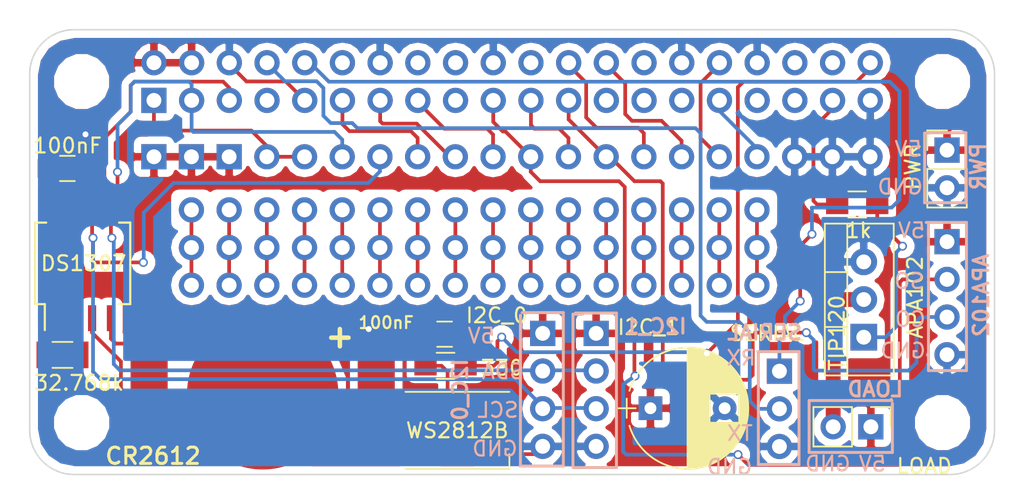
<source format=kicad_pcb>
(kicad_pcb (version 4) (host pcbnew 4.0.7)
  (layers (0 F.Cu signal hide) (31 B.Cu signal) (34 B.Paste user hide) (35 F.Paste user hide) (36 B.SilkS user) (37 F.SilkS user hide) (38 B.Mask user) (39 F.Mask user) (44 Edge.Cuts user))
  (net 0 "")
  (net 1 "Net-(BT1-Pad1)")
  (net 2 "Net-(BT1-Pad2)")
  (net 3 /5V)
  (net 4 GND)
  (net 5 "Net-(J1-Pad2)")
  (net 6 /SDA)
  (net 7 /SCL)
  (net 8 "Net-(J4-Pad7)")
  (net 9 "Net-(J4-Pad12)")
  (net 10 "Net-(J4-Pad16)")
  (net 11 "Net-(J4-Pad17)")
  (net 12 "Net-(J4-Pad18)")
  (net 13 "Net-(J4-Pad22)")
  (net 14 "Net-(J4-Pad27)")
  (net 15 "Net-(J4-Pad28)")
  (net 16 /LOAD_DRV)
  (net 17 /WS2812)
  (net 18 "Net-(J4-Pad35)")
  (net 19 "Net-(J4-Pad36)")
  (net 20 "Net-(J4-Pad38)")
  (net 21 "Net-(LED1-Pad4)")
  (net 22 "Net-(LED1-Pad2)")
  (net 23 "Net-(Q1-Pad1)")
  (net 24 "Net-(U1-Pad1)")
  (net 25 "Net-(U1-Pad2)")
  (net 26 "Net-(U1-Pad7)")
  (net 27 /TX)
  (net 28 /RX)
  (net 29 /3.3V)
  (net 30 /GPIO17)
  (net 31 /GPIO27)
  (net 32 /GPIO22)
  (net 33 /MOSI)
  (net 34 /MISO)
  (net 35 /SCLK)
  (net 36 /GPIO08)
  (net 37 /GPIO07)
  (net 38 /GPIO6)
  (net 39 /GPIO12)
  (net 40 "Net-(J4-Pad29)")
  (net 41 "Net-(J4-Pad33)")
  (module Prototype_Line_1x03_Pitch2.54mm (layer F.Cu) (at 110.8964 112.1537)
    (fp_text reference REF** hide)
    (fp_text value Pin_Header_Straight_1x03_Pitch2.54mm hide)
    (pad 1 smd rect (at 0 3.8) (size 0.25 1.3) (layers F.Cu F.Paste F.Mask))
    (pad 1 thru_hole circle (at 0 0) (size 1.7 1.7) (drill 1) (layers *.Cu *.Mask))
    (pad 2 thru_hole oval (at 0 2.54) (size 1.7 1.7) (drill 1) (layers *.Cu *.Mask))
    (pad 3 thru_hole oval (at 0 5.08) (size 1.7 1.7) (drill 1) (layers *.Cu *.Mask))
    (pad 1 smd rect (at 0 1.3) (size 0.25 1.3) (layers F.Cu F.Paste F.Mask))
  )
  (module open-project:BAT_CR1216 (layer F.Cu) (at 115.697 124.5616)
    (fp_text reference BT1 hide)
    (fp_text value Battery_Cell hide)
    (fp_text user + (at 5.19938 -3.8989) (layer F.SilkS) (effects (font (thickness 0.3048))))
    (pad 1 smd rect (at 7.65048 -0.09906 180) (size 2.49936 5.10032) (layers F.Cu F.Paste F.Mask) (net 1 "Net-(BT1-Pad1)"))
    (pad 2 smd circle (at 0 0 180) (size 10.20064 10.20064) (layers F.Cu F.Paste F.Mask) (net 2 "Net-(BT1-Pad2)"))
    (pad 1 smd rect (at -7.65048 -0.09906 180) (size 2.49936 5.10032) (layers F.Cu F.Paste F.Mask) (net 1 "Net-(BT1-Pad1)"))
  )
  (module Pin_Headers:Pin_Header_Straight_1x04_Pitch2.54mm (layer F.Cu) (at 161.8 114.3)
    (fp_text reference J6 hide)
    (fp_text value APA102 (at -2.15 3.75 90) (layer F.SilkS))
    (pad 1 thru_hole rect (at 0 0) (size 1.7 1.7) (drill 1) (layers *.Cu *.Mask) (net 3 /5V))
    (pad 2 thru_hole oval (at 0 2.54) (size 1.7 1.7) (drill 1) (layers *.Cu *.Mask) (net 33 /MOSI))
    (pad 3 thru_hole oval (at 0 5.08) (size 1.7 1.7) (drill 1) (layers *.Cu *.Mask) (net 35 /SCLK))
    (pad 4 thru_hole oval (at 0 7.62) (size 1.7 1.7) (drill 1) (layers *.Cu *.Mask) (net 4 GND))
  )
  (module Pin_Headers:Pin_Header_Straight_2x20_Pitch2.54mm (layer F.Cu) (at 108.37 104.77 90)
    (fp_text reference J4 hide)
    (fp_text value Raspberry_Pi_2_3 hide)
    (pad 1 thru_hole rect (at 0 0) (size 1.7 1.7) (drill 1) (layers *.Cu *.Mask) (net 29 /3.3V))
    (pad 2 thru_hole oval (at 2.54 0) (size 1.7 1.7) (drill 1) (layers *.Cu *.Mask) (net 3 /5V))
    (pad 3 thru_hole oval (at 0 2.54) (size 1.7 1.7) (drill 1) (layers *.Cu *.Mask) (net 6 /SDA))
    (pad 4 thru_hole oval (at 2.54 2.54) (size 1.7 1.7) (drill 1) (layers *.Cu *.Mask) (net 3 /5V))
    (pad 5 thru_hole oval (at 0 5.08) (size 1.7 1.7) (drill 1) (layers *.Cu *.Mask) (net 7 /SCL))
    (pad 6 thru_hole oval (at 2.54 5.08) (size 1.7 1.7) (drill 1) (layers *.Cu *.Mask) (net 4 GND))
    (pad 7 thru_hole oval (at 0 7.62) (size 1.7 1.7) (drill 1) (layers *.Cu *.Mask) (net 8 "Net-(J4-Pad7)"))
    (pad 8 thru_hole oval (at 2.54 7.62) (size 1.7 1.7) (drill 1) (layers *.Cu *.Mask) (net 27 /TX))
    (pad 9 thru_hole oval (at 0 10.16) (size 1.7 1.7) (drill 1) (layers *.Cu *.Mask) (net 4 GND))
    (pad 10 thru_hole oval (at 2.54 10.16) (size 1.7 1.7) (drill 1) (layers *.Cu *.Mask) (net 28 /RX))
    (pad 11 thru_hole oval (at 0 12.7) (size 1.7 1.7) (drill 1) (layers *.Cu *.Mask) (net 30 /GPIO17))
    (pad 12 thru_hole oval (at 2.54 12.7) (size 1.7 1.7) (drill 1) (layers *.Cu *.Mask) (net 9 "Net-(J4-Pad12)"))
    (pad 13 thru_hole oval (at 0 15.24) (size 1.7 1.7) (drill 1) (layers *.Cu *.Mask) (net 31 /GPIO27))
    (pad 14 thru_hole oval (at 2.54 15.24) (size 1.7 1.7) (drill 1) (layers *.Cu *.Mask) (net 4 GND))
    (pad 15 thru_hole oval (at 0 17.78) (size 1.7 1.7) (drill 1) (layers *.Cu *.Mask) (net 32 /GPIO22))
    (pad 16 thru_hole oval (at 2.54 17.78) (size 1.7 1.7) (drill 1) (layers *.Cu *.Mask) (net 10 "Net-(J4-Pad16)"))
    (pad 17 thru_hole oval (at 0 20.32) (size 1.7 1.7) (drill 1) (layers *.Cu *.Mask) (net 11 "Net-(J4-Pad17)"))
    (pad 18 thru_hole oval (at 2.54 20.32) (size 1.7 1.7) (drill 1) (layers *.Cu *.Mask) (net 12 "Net-(J4-Pad18)"))
    (pad 19 thru_hole oval (at 0 22.86) (size 1.7 1.7) (drill 1) (layers *.Cu *.Mask) (net 33 /MOSI))
    (pad 20 thru_hole oval (at 2.54 22.86) (size 1.7 1.7) (drill 1) (layers *.Cu *.Mask) (net 4 GND))
    (pad 21 thru_hole oval (at 0 25.4) (size 1.7 1.7) (drill 1) (layers *.Cu *.Mask) (net 34 /MISO))
    (pad 22 thru_hole oval (at 2.54 25.4) (size 1.7 1.7) (drill 1) (layers *.Cu *.Mask) (net 13 "Net-(J4-Pad22)"))
    (pad 23 thru_hole oval (at 0 27.94) (size 1.7 1.7) (drill 1) (layers *.Cu *.Mask) (net 35 /SCLK))
    (pad 24 thru_hole oval (at 2.54 27.94) (size 1.7 1.7) (drill 1) (layers *.Cu *.Mask) (net 36 /GPIO08))
    (pad 25 thru_hole oval (at 0 30.48) (size 1.7 1.7) (drill 1) (layers *.Cu *.Mask) (net 4 GND))
    (pad 26 thru_hole oval (at 2.54 30.48) (size 1.7 1.7) (drill 1) (layers *.Cu *.Mask) (net 37 /GPIO07))
    (pad 27 thru_hole oval (at 0 33.02) (size 1.7 1.7) (drill 1) (layers *.Cu *.Mask) (net 14 "Net-(J4-Pad27)"))
    (pad 28 thru_hole oval (at 2.54 33.02) (size 1.7 1.7) (drill 1) (layers *.Cu *.Mask) (net 15 "Net-(J4-Pad28)"))
    (pad 29 thru_hole oval (at 0 35.56) (size 1.7 1.7) (drill 1) (layers *.Cu *.Mask) (net 40 "Net-(J4-Pad29)"))
    (pad 30 thru_hole oval (at 2.54 35.56) (size 1.7 1.7) (drill 1) (layers *.Cu *.Mask) (net 4 GND))
    (pad 31 thru_hole oval (at 0 38.1) (size 1.7 1.7) (drill 1) (layers *.Cu *.Mask) (net 38 /GPIO6))
    (pad 32 thru_hole oval (at 2.54 38.1) (size 1.7 1.7) (drill 1) (layers *.Cu *.Mask) (net 39 /GPIO12))
    (pad 33 thru_hole oval (at 0 40.64) (size 1.7 1.7) (drill 1) (layers *.Cu *.Mask) (net 41 "Net-(J4-Pad33)"))
    (pad 34 thru_hole oval (at 2.54 40.64) (size 1.7 1.7) (drill 1) (layers *.Cu *.Mask) (net 4 GND))
    (pad 35 thru_hole oval (at 0 43.18) (size 1.7 1.7) (drill 1) (layers *.Cu *.Mask) (net 18 "Net-(J4-Pad35)"))
    (pad 36 thru_hole oval (at 2.54 43.18) (size 1.7 1.7) (drill 1) (layers *.Cu *.Mask) (net 19 "Net-(J4-Pad36)"))
    (pad 37 thru_hole oval (at 0 45.72) (size 1.7 1.7) (drill 1) (layers *.Cu *.Mask) (net 16 /LOAD_DRV))
    (pad 38 thru_hole oval (at 2.54 45.72) (size 1.7 1.7) (drill 1) (layers *.Cu *.Mask) (net 20 "Net-(J4-Pad38)"))
    (pad 39 thru_hole oval (at 0 48.26) (size 1.7 1.7) (drill 1) (layers *.Cu *.Mask) (net 4 GND))
    (pad 40 thru_hole oval (at 2.54 48.26) (size 1.7 1.7) (drill 1) (layers *.Cu *.Mask) (net 17 /WS2812))
  )
  (module Crystals:Crystal_SMD_3215-2pin_3.2x1.5mm (layer F.Cu) (at 102.2096 121.9327 180)
    (fp_text reference X1 hide)
    (fp_text value 32.768k (at -1.1104 -1.8973 180) (layer F.SilkS))
    (pad 1 smd rect (at 1.25 0 180) (size 1 1.8) (layers F.Cu F.Paste F.Mask) (net 24 "Net-(U1-Pad1)"))
    (pad 2 smd rect (at -1.25 0 180) (size 1 1.8) (layers F.Cu F.Paste F.Mask) (net 25 "Net-(U1-Pad2)"))
  )
  (module Mounting_Holes:MountingHole_2.7mm (layer F.Cu) (at 103.5 126.5)
    (fp_text reference REF** hide)
    (fp_text value MountingHole_2.7mm hide)
    (pad 1 np_thru_hole circle (at 0 0) (size 2.7 2.7) (drill 2.7) (layers *.Cu *.Mask))
  )
  (module Mounting_Holes:MountingHole_2.7mm (layer F.Cu) (at 161.5 126.5)
    (fp_text reference REF** hide)
    (fp_text value MountingHole_2.7mm hide)
    (pad 1 np_thru_hole circle (at 0 0) (size 2.7 2.7) (drill 2.7) (layers *.Cu *.Mask))
  )
  (module Mounting_Holes:MountingHole_2.7mm (layer F.Cu) (at 161.5 103.5)
    (fp_text reference REF** hide)
    (fp_text value MountingHole_2.7mm hide)
    (pad 1 np_thru_hole circle (at 0 0) (size 2.7 2.7) (drill 2.7) (layers *.Cu *.Mask))
  )
  (module Mounting_Holes:MountingHole_2.7mm (layer F.Cu) (at 103.5 103.5)
    (fp_text reference REF** hide)
    (fp_text value MountingHole_2.7mm hide)
    (pad 1 np_thru_hole circle (at 0 0) (size 2.7 2.7) (drill 2.7) (layers *.Cu *.Mask))
  )
  (module Capacitors_SMD:C_0805_HandSoldering (layer F.Cu) (at 102.5398 109.3597)
    (fp_text reference C2 hide)
    (fp_text value 100nF (at 0.0127 -1.5367) (layer F.SilkS))
    (pad 1 smd rect (at -1.25 0) (size 1.5 1.25) (layers F.Cu F.Paste F.Mask) (net 3 /5V))
    (pad 2 smd rect (at 1.25 0) (size 1.5 1.25) (layers F.Cu F.Paste F.Mask) (net 4 GND))
  )
  (module Capacitors_SMD:C_0805_HandSoldering (layer F.Cu) (at 127.9525 120.5357 180)
    (fp_text reference C3 hide)
    (fp_text value 100nF (at 3.9425 0.7757 180) (layer F.SilkS) (effects (font (size 0.8 0.8))))
    (pad 1 smd rect (at -1.25 0 180) (size 1.5 1.25) (layers F.Cu F.Paste F.Mask) (net 3 /5V))
    (pad 2 smd rect (at 1.25 0 180) (size 1.5 1.25) (layers F.Cu F.Paste F.Mask) (net 4 GND))
  )
  (module Pin_Headers:Pin_Header_Straight_1x04_Pitch2.54mm (layer F.Cu) (at 134.56 120.48)
    (fp_text reference J2 hide)
    (fp_text value I2C_0 (at -3.1 -1.21) (layer F.SilkS))
    (pad 1 thru_hole rect (at 0 0) (size 1.7 1.7) (drill 1) (layers *.Cu *.Mask) (net 3 /5V))
    (pad 2 thru_hole oval (at 0 2.54) (size 1.7 1.7) (drill 1) (layers *.Cu *.Mask) (net 6 /SDA))
    (pad 3 thru_hole oval (at 0 5.08) (size 1.7 1.7) (drill 1) (layers *.Cu *.Mask) (net 7 /SCL))
    (pad 4 thru_hole oval (at 0 7.62) (size 1.7 1.7) (drill 1) (layers *.Cu *.Mask) (net 4 GND))
  )
  (module Pin_Headers:Pin_Header_Straight_1x04_Pitch2.54mm (layer F.Cu) (at 138.16 120.48)
    (fp_text reference J3 hide)
    (fp_text value I2C_1 (at 3.52 -0.41) (layer F.SilkS))
    (pad 1 thru_hole rect (at 0 0) (size 1.7 1.7) (drill 1) (layers *.Cu *.Mask) (net 3 /5V))
    (pad 2 thru_hole oval (at 0 2.54) (size 1.7 1.7) (drill 1) (layers *.Cu *.Mask) (net 6 /SDA))
    (pad 3 thru_hole oval (at 0 5.08) (size 1.7 1.7) (drill 1) (layers *.Cu *.Mask) (net 7 /SCL))
    (pad 4 thru_hole oval (at 0 7.62) (size 1.7 1.7) (drill 1) (layers *.Cu *.Mask) (net 4 GND))
  )
  (module LEDs:LED_WS2812B-PLCC4 (layer F.Cu) (at 128.8161 127.0254)
    (fp_text reference LED1 hide)
    (fp_text value WS2812B (at -0.0061 0.0046) (layer F.SilkS))
    (pad 3 smd rect (at 2.5 1.6) (size 1.6 1) (layers F.Cu F.Paste F.Mask) (net 4 GND))
    (pad 4 smd rect (at 2.5 -1.6) (size 1.6 1) (layers F.Cu F.Paste F.Mask) (net 21 "Net-(LED1-Pad4)"))
    (pad 2 smd rect (at -2.5 1.6) (size 1.6 1) (layers F.Cu F.Paste F.Mask) (net 22 "Net-(LED1-Pad2)"))
    (pad 1 smd rect (at -2.5 -1.6) (size 1.6 1) (layers F.Cu F.Paste F.Mask) (net 3 /5V))
  )
  (module TO_SOT_Packages_THT:TO-220-3_Vertical (layer F.Cu) (at 156.19 120.74 90)
    (fp_text reference Q1 hide)
    (fp_text value TIP120 (at 0.2921 -1.8034 90) (layer F.SilkS))
    (pad 1 thru_hole rect (at 0 0 90) (size 1.8 1.8) (drill 1) (layers *.Cu *.Mask) (net 23 "Net-(Q1-Pad1)"))
    (pad 2 thru_hole oval (at 2.54 0 90) (size 1.8 1.8) (drill 1) (layers *.Cu *.Mask) (net 5 "Net-(J1-Pad2)"))
    (pad 3 thru_hole oval (at 5.08 0 90) (size 1.8 1.8) (drill 1) (layers *.Cu *.Mask) (net 4 GND))
  )
  (module Resistors_SMD:R_0805_HandSoldering (layer F.Cu) (at 155.75 111.79 180)
    (fp_text reference R1 hide)
    (fp_text value 1k (at -0.09 -1.75 180) (layer F.SilkS))
    (pad 1 smd rect (at -1.35 0 180) (size 1.5 1.3) (layers F.Cu F.Paste F.Mask) (net 23 "Net-(Q1-Pad1)"))
    (pad 2 smd rect (at 1.35 0 180) (size 1.5 1.3) (layers F.Cu F.Paste F.Mask) (net 16 /LOAD_DRV))
  )
  (module Resistors_SMD:R_0805_HandSoldering (layer F.Cu) (at 128.016 122.6693 180)
    (fp_text reference R2 hide)
    (fp_text value 330 (at -3.81 -0.1397 180) (layer F.SilkS))
    (pad 1 smd rect (at -1.35 0 180) (size 1.5 1.3) (layers F.Cu F.Paste F.Mask) (net 17 /WS2812))
    (pad 2 smd rect (at 1.35 0 180) (size 1.5 1.3) (layers F.Cu F.Paste F.Mask) (net 21 "Net-(LED1-Pad4)"))
  )
  (module Housings_SOIC:SO-8_5.3x6.2mm_Pitch1.27mm (layer F.Cu) (at 103.5685 115.7605 90)
    (fp_text reference U1 hide)
    (fp_text value DS1307 (at 0 0.0635 180) (layer F.SilkS))
    (pad 1 smd rect (at -3.7 -1.905 90) (size 1.75 0.55) (layers F.Cu F.Paste F.Mask) (net 24 "Net-(U1-Pad1)"))
    (pad 2 smd rect (at -3.7 -0.635 90) (size 1.75 0.55) (layers F.Cu F.Paste F.Mask) (net 25 "Net-(U1-Pad2)"))
    (pad 3 smd rect (at -3.7 0.635 90) (size 1.75 0.55) (layers F.Cu F.Paste F.Mask) (net 1 "Net-(BT1-Pad1)"))
    (pad 4 smd rect (at -3.7 1.905 90) (size 1.75 0.55) (layers F.Cu F.Paste F.Mask) (net 2 "Net-(BT1-Pad2)"))
    (pad 5 smd rect (at 3.7 1.905 90) (size 1.75 0.55) (layers F.Cu F.Paste F.Mask) (net 6 /SDA))
    (pad 6 smd rect (at 3.7 0.635 90) (size 1.75 0.55) (layers F.Cu F.Paste F.Mask) (net 7 /SCL))
    (pad 7 smd rect (at 3.7 -0.635 90) (size 1.75 0.55) (layers F.Cu F.Paste F.Mask) (net 26 "Net-(U1-Pad7)"))
    (pad 8 smd rect (at 3.7 -1.905 90) (size 1.75 0.55) (layers F.Cu F.Paste F.Mask) (net 3 /5V))
  )
  (module Capacitors_ThroughHole:CP_Radial_D8.0mm_P5.00mm (layer F.Cu) (at 141.82 125.53)
    (fp_text reference C1 hide)
    (fp_text value CP hide)
    (pad 1 thru_hole rect (at 0 0) (size 1.6 1.6) (drill 0.8) (layers *.Cu *.Mask) (net 3 /5V))
    (pad 2 thru_hole circle (at 5 0) (size 1.6 1.6) (drill 0.8) (layers *.Cu *.Mask) (net 4 GND))
  )
  (module Pin_Headers:Pin_Header_Straight_1x03_Pitch2.54mm (layer F.Cu) (at 150.51 123.03)
    (fp_text reference J7 hide)
    (fp_text value SERIAL (at -0.84 -2.55) (layer F.SilkS))
    (pad 1 thru_hole rect (at 0 0) (size 1.7 1.7) (drill 1) (layers *.Cu *.Mask) (net 28 /RX))
    (pad 2 thru_hole oval (at 0 2.54) (size 1.7 1.7) (drill 1) (layers *.Cu *.Mask) (net 27 /TX))
    (pad 3 thru_hole oval (at 0 5.08) (size 1.7 1.7) (drill 1) (layers *.Cu *.Mask) (net 4 GND))
  )
  (module Pin_Headers:Pin_Header_Straight_1x20_Pitch2.54mm (layer F.Cu) (at 108.3564 108.5723 90)
    (fp_text reference J8 hide)
    (fp_text value BREAKOUTS hide)
    (pad 1 thru_hole rect (at 0 0.0136 90) (size 1.7 1.7) (drill 1) (layers *.Cu *.Mask) (net 3 /5V))
    (pad 2 thru_hole rect (at 0 2.54 90) (size 1.7 1.7) (drill 1) (layers *.Cu *.Mask) (net 3 /5V))
    (pad 3 thru_hole rect (at 0 5.08 90) (size 1.7 1.7) (drill 1) (layers *.Cu *.Mask) (net 3 /5V))
    (pad 4 thru_hole oval (at 0 7.62 90) (size 1.7 1.7) (drill 1) (layers *.Cu *.Mask) (net 29 /3.3V))
    (pad 5 thru_hole oval (at 0 10.16 90) (size 1.7 1.7) (drill 1) (layers *.Cu *.Mask) (net 29 /3.3V))
    (pad 6 thru_hole oval (at 0 12.7 90) (size 1.7 1.7) (drill 1) (layers *.Cu *.Mask) (net 6 /SDA))
    (pad 7 thru_hole oval (at 0 15.24 90) (size 1.7 1.7) (drill 1) (layers *.Cu *.Mask) (net 7 /SCL))
    (pad 8 thru_hole oval (at 0 17.78 90) (size 1.7 1.7) (drill 1) (layers *.Cu *.Mask) (net 30 /GPIO17))
    (pad 9 thru_hole oval (at 0 20.32 90) (size 1.7 1.7) (drill 1) (layers *.Cu *.Mask) (net 31 /GPIO27))
    (pad 10 thru_hole oval (at 0 22.86 90) (size 1.7 1.7) (drill 1) (layers *.Cu *.Mask) (net 32 /GPIO22))
    (pad 11 thru_hole oval (at 0 25.4 90) (size 1.7 1.7) (drill 1) (layers *.Cu *.Mask) (net 33 /MOSI))
    (pad 12 thru_hole oval (at 0 27.94 90) (size 1.7 1.7) (drill 1) (layers *.Cu *.Mask) (net 34 /MISO))
    (pad 13 thru_hole oval (at 0 30.48 90) (size 1.7 1.7) (drill 1) (layers *.Cu *.Mask) (net 35 /SCLK))
    (pad 14 thru_hole oval (at 0 33.02 90) (size 1.7 1.7) (drill 1) (layers *.Cu *.Mask) (net 36 /GPIO08))
    (pad 15 thru_hole oval (at 0 35.56 90) (size 1.7 1.7) (drill 1) (layers *.Cu *.Mask) (net 37 /GPIO07))
    (pad 16 thru_hole oval (at 0 38.1 90) (size 1.7 1.7) (drill 1) (layers *.Cu *.Mask) (net 39 /GPIO12))
    (pad 17 thru_hole oval (at 0 40.64 90) (size 1.7 1.7) (drill 1) (layers *.Cu *.Mask) (net 38 /GPIO6))
    (pad 18 thru_hole oval (at 0 43.18 90) (size 1.7 1.7) (drill 1) (layers *.Cu *.Mask) (net 4 GND))
    (pad 19 thru_hole oval (at 0 45.72 90) (size 1.7 1.7) (drill 1) (layers *.Cu *.Mask) (net 4 GND))
    (pad 20 thru_hole oval (at 0 48.26 90) (size 1.7 1.7) (drill 1) (layers *.Cu *.Mask) (net 4 GND))
  )
  (module mayhem-footprints:Screw_Terminal_Vertical_1x02_Pitch2.54mm (layer F.Cu) (at 161.8 108.125)
    (fp_text reference J5 hide)
    (fp_text value PWR (at -2.31 1.135 90) (layer F.SilkS))
    (pad 1 thru_hole rect (at 0 0) (size 1.7 1.7) (drill 1) (layers *.Cu *.Mask) (net 3 /5V))
    (pad 2 thru_hole oval (at 0 2.54) (size 1.7 1.7) (drill 1) (layers *.Cu *.Mask) (net 4 GND))
  )
  (module mayhem-footprints:Screw_Terminal_Vertical_1x02_Pitch2.54mm (layer F.Cu) (at 156.67 126.78 270)
    (fp_text reference J1 hide)
    (fp_text value LOAD (at 2.65 -3.6 360) (layer F.SilkS))
    (pad 1 thru_hole rect (at 0 0 270) (size 1.7 1.7) (drill 1) (layers *.Cu *.Mask) (net 3 /5V))
    (pad 2 thru_hole oval (at 0 2.54 270) (size 1.7 1.7) (drill 1) (layers *.Cu *.Mask) (net 5 "Net-(J1-Pad2)"))
  )
  (module mayhem-footprints:Prototype_Line_1x03_Pitch2.54mm (layer F.Cu) (at 113.4364 112.1537)
    (fp_text reference REF** hide)
    (fp_text value Pin_Header_Straight_1x03_Pitch2.54mm hide)
    (pad 1 smd rect (at 0 3.8) (size 0.25 1.3) (layers F.Cu F.Paste F.Mask))
    (pad 1 thru_hole circle (at 0 0) (size 1.7 1.7) (drill 1) (layers *.Cu *.Mask))
    (pad 2 thru_hole oval (at 0 2.54) (size 1.7 1.7) (drill 1) (layers *.Cu *.Mask))
    (pad 3 thru_hole oval (at 0 5.08) (size 1.7 1.7) (drill 1) (layers *.Cu *.Mask))
    (pad 1 smd rect (at 0 1.3) (size 0.25 1.3) (layers F.Cu F.Paste F.Mask))
  )
  (module mayhem-footprints:Prototype_Line_1x03_Pitch2.54mm (layer F.Cu) (at 115.9764 112.1537)
    (fp_text reference REF** hide)
    (fp_text value Pin_Header_Straight_1x03_Pitch2.54mm hide)
    (pad 1 smd rect (at 0 3.8) (size 0.25 1.3) (layers F.Cu F.Paste F.Mask))
    (pad 1 thru_hole circle (at 0 0) (size 1.7 1.7) (drill 1) (layers *.Cu *.Mask))
    (pad 2 thru_hole oval (at 0 2.54) (size 1.7 1.7) (drill 1) (layers *.Cu *.Mask))
    (pad 3 thru_hole oval (at 0 5.08) (size 1.7 1.7) (drill 1) (layers *.Cu *.Mask))
    (pad 1 smd rect (at 0 1.3) (size 0.25 1.3) (layers F.Cu F.Paste F.Mask))
  )
  (module mayhem-footprints:Prototype_Line_1x03_Pitch2.54mm (layer F.Cu) (at 118.5164 112.1537)
    (fp_text reference REF** hide)
    (fp_text value Pin_Header_Straight_1x03_Pitch2.54mm hide)
    (pad 1 smd rect (at 0 3.8) (size 0.25 1.3) (layers F.Cu F.Paste F.Mask))
    (pad 1 thru_hole circle (at 0 0) (size 1.7 1.7) (drill 1) (layers *.Cu *.Mask))
    (pad 2 thru_hole oval (at 0 2.54) (size 1.7 1.7) (drill 1) (layers *.Cu *.Mask))
    (pad 3 thru_hole oval (at 0 5.08) (size 1.7 1.7) (drill 1) (layers *.Cu *.Mask))
    (pad 1 smd rect (at 0 1.3) (size 0.25 1.3) (layers F.Cu F.Paste F.Mask))
  )
  (module mayhem-footprints:Prototype_Line_1x03_Pitch2.54mm (layer F.Cu) (at 121.0564 112.1537)
    (fp_text reference REF** hide)
    (fp_text value Pin_Header_Straight_1x03_Pitch2.54mm hide)
    (pad 1 smd rect (at 0 3.8) (size 0.25 1.3) (layers F.Cu F.Paste F.Mask))
    (pad 1 thru_hole circle (at 0 0) (size 1.7 1.7) (drill 1) (layers *.Cu *.Mask))
    (pad 2 thru_hole oval (at 0 2.54) (size 1.7 1.7) (drill 1) (layers *.Cu *.Mask))
    (pad 3 thru_hole oval (at 0 5.08) (size 1.7 1.7) (drill 1) (layers *.Cu *.Mask))
    (pad 1 smd rect (at 0 1.3) (size 0.25 1.3) (layers F.Cu F.Paste F.Mask))
  )
  (module mayhem-footprints:Prototype_Line_1x03_Pitch2.54mm (layer F.Cu) (at 123.5964 112.1537)
    (fp_text reference REF** hide)
    (fp_text value Pin_Header_Straight_1x03_Pitch2.54mm hide)
    (pad 1 smd rect (at 0 3.8) (size 0.25 1.3) (layers F.Cu F.Paste F.Mask))
    (pad 1 thru_hole circle (at 0 0) (size 1.7 1.7) (drill 1) (layers *.Cu *.Mask))
    (pad 2 thru_hole oval (at 0 2.54) (size 1.7 1.7) (drill 1) (layers *.Cu *.Mask))
    (pad 3 thru_hole oval (at 0 5.08) (size 1.7 1.7) (drill 1) (layers *.Cu *.Mask))
    (pad 1 smd rect (at 0 1.3) (size 0.25 1.3) (layers F.Cu F.Paste F.Mask))
  )
  (module mayhem-footprints:Prototype_Line_1x03_Pitch2.54mm (layer F.Cu) (at 126.1364 112.1537)
    (fp_text reference REF** hide)
    (fp_text value Pin_Header_Straight_1x03_Pitch2.54mm hide)
    (pad 1 smd rect (at 0 3.8) (size 0.25 1.3) (layers F.Cu F.Paste F.Mask))
    (pad 1 thru_hole circle (at 0 0) (size 1.7 1.7) (drill 1) (layers *.Cu *.Mask))
    (pad 2 thru_hole oval (at 0 2.54) (size 1.7 1.7) (drill 1) (layers *.Cu *.Mask))
    (pad 3 thru_hole oval (at 0 5.08) (size 1.7 1.7) (drill 1) (layers *.Cu *.Mask))
    (pad 1 smd rect (at 0 1.3) (size 0.25 1.3) (layers F.Cu F.Paste F.Mask))
  )
  (module mayhem-footprints:Prototype_Line_1x03_Pitch2.54mm (layer F.Cu) (at 128.6764 112.1537)
    (fp_text reference REF** hide)
    (fp_text value Pin_Header_Straight_1x03_Pitch2.54mm hide)
    (pad 1 smd rect (at 0 3.8) (size 0.25 1.3) (layers F.Cu F.Paste F.Mask))
    (pad 1 thru_hole circle (at 0 0) (size 1.7 1.7) (drill 1) (layers *.Cu *.Mask))
    (pad 2 thru_hole oval (at 0 2.54) (size 1.7 1.7) (drill 1) (layers *.Cu *.Mask))
    (pad 3 thru_hole oval (at 0 5.08) (size 1.7 1.7) (drill 1) (layers *.Cu *.Mask))
    (pad 1 smd rect (at 0 1.3) (size 0.25 1.3) (layers F.Cu F.Paste F.Mask))
  )
  (module mayhem-footprints:Prototype_Line_1x03_Pitch2.54mm (layer F.Cu) (at 131.2164 112.1537)
    (fp_text reference REF** hide)
    (fp_text value Pin_Header_Straight_1x03_Pitch2.54mm hide)
    (pad 1 smd rect (at 0 3.8) (size 0.25 1.3) (layers F.Cu F.Paste F.Mask))
    (pad 1 thru_hole circle (at 0 0) (size 1.7 1.7) (drill 1) (layers *.Cu *.Mask))
    (pad 2 thru_hole oval (at 0 2.54) (size 1.7 1.7) (drill 1) (layers *.Cu *.Mask))
    (pad 3 thru_hole oval (at 0 5.08) (size 1.7 1.7) (drill 1) (layers *.Cu *.Mask))
    (pad 1 smd rect (at 0 1.3) (size 0.25 1.3) (layers F.Cu F.Paste F.Mask))
  )
  (module mayhem-footprints:Prototype_Line_1x03_Pitch2.54mm (layer F.Cu) (at 133.7564 112.1537)
    (fp_text reference REF** hide)
    (fp_text value Pin_Header_Straight_1x03_Pitch2.54mm hide)
    (pad 1 smd rect (at 0 3.8) (size 0.25 1.3) (layers F.Cu F.Paste F.Mask))
    (pad 1 thru_hole circle (at 0 0) (size 1.7 1.7) (drill 1) (layers *.Cu *.Mask))
    (pad 2 thru_hole oval (at 0 2.54) (size 1.7 1.7) (drill 1) (layers *.Cu *.Mask))
    (pad 3 thru_hole oval (at 0 5.08) (size 1.7 1.7) (drill 1) (layers *.Cu *.Mask))
    (pad 1 smd rect (at 0 1.3) (size 0.25 1.3) (layers F.Cu F.Paste F.Mask))
  )
  (module mayhem-footprints:Prototype_Line_1x03_Pitch2.54mm (layer F.Cu) (at 136.2964 112.1537)
    (fp_text reference REF** hide)
    (fp_text value Pin_Header_Straight_1x03_Pitch2.54mm hide)
    (pad 1 smd rect (at 0 3.8) (size 0.25 1.3) (layers F.Cu F.Paste F.Mask))
    (pad 1 thru_hole circle (at 0 0) (size 1.7 1.7) (drill 1) (layers *.Cu *.Mask))
    (pad 2 thru_hole oval (at 0 2.54) (size 1.7 1.7) (drill 1) (layers *.Cu *.Mask))
    (pad 3 thru_hole oval (at 0 5.08) (size 1.7 1.7) (drill 1) (layers *.Cu *.Mask))
    (pad 1 smd rect (at 0 1.3) (size 0.25 1.3) (layers F.Cu F.Paste F.Mask))
  )
  (module mayhem-footprints:Prototype_Line_1x03_Pitch2.54mm (layer F.Cu) (at 138.8364 112.1537)
    (fp_text reference REF** hide)
    (fp_text value Pin_Header_Straight_1x03_Pitch2.54mm hide)
    (pad 1 smd rect (at 0 3.8) (size 0.25 1.3) (layers F.Cu F.Paste F.Mask))
    (pad 1 thru_hole circle (at 0 0) (size 1.7 1.7) (drill 1) (layers *.Cu *.Mask))
    (pad 2 thru_hole oval (at 0 2.54) (size 1.7 1.7) (drill 1) (layers *.Cu *.Mask))
    (pad 3 thru_hole oval (at 0 5.08) (size 1.7 1.7) (drill 1) (layers *.Cu *.Mask))
    (pad 1 smd rect (at 0 1.3) (size 0.25 1.3) (layers F.Cu F.Paste F.Mask))
  )
  (module mayhem-footprints:Prototype_Line_1x03_Pitch2.54mm (layer F.Cu) (at 141.3764 112.1537)
    (fp_text reference REF** hide)
    (fp_text value Pin_Header_Straight_1x03_Pitch2.54mm hide)
    (pad 1 smd rect (at 0 3.8) (size 0.25 1.3) (layers F.Cu F.Paste F.Mask))
    (pad 1 thru_hole circle (at 0 0) (size 1.7 1.7) (drill 1) (layers *.Cu *.Mask))
    (pad 2 thru_hole oval (at 0 2.54) (size 1.7 1.7) (drill 1) (layers *.Cu *.Mask))
    (pad 3 thru_hole oval (at 0 5.08) (size 1.7 1.7) (drill 1) (layers *.Cu *.Mask))
    (pad 1 smd rect (at 0 1.3) (size 0.25 1.3) (layers F.Cu F.Paste F.Mask))
  )
  (module mayhem-footprints:Prototype_Line_1x03_Pitch2.54mm (layer F.Cu) (at 143.9164 112.1537)
    (fp_text reference REF** hide)
    (fp_text value Pin_Header_Straight_1x03_Pitch2.54mm hide)
    (pad 1 smd rect (at 0 3.8) (size 0.25 1.3) (layers F.Cu F.Paste F.Mask))
    (pad 1 thru_hole circle (at 0 0) (size 1.7 1.7) (drill 1) (layers *.Cu *.Mask))
    (pad 2 thru_hole oval (at 0 2.54) (size 1.7 1.7) (drill 1) (layers *.Cu *.Mask))
    (pad 3 thru_hole oval (at 0 5.08) (size 1.7 1.7) (drill 1) (layers *.Cu *.Mask))
    (pad 1 smd rect (at 0 1.3) (size 0.25 1.3) (layers F.Cu F.Paste F.Mask))
  )
  (module mayhem-footprints:Prototype_Line_1x03_Pitch2.54mm (layer F.Cu) (at 146.4564 112.1537)
    (fp_text reference REF** hide)
    (fp_text value Pin_Header_Straight_1x03_Pitch2.54mm hide)
    (pad 1 smd rect (at 0 3.8) (size 0.25 1.3) (layers F.Cu F.Paste F.Mask))
    (pad 1 thru_hole circle (at 0 0) (size 1.7 1.7) (drill 1) (layers *.Cu *.Mask))
    (pad 2 thru_hole oval (at 0 2.54) (size 1.7 1.7) (drill 1) (layers *.Cu *.Mask))
    (pad 3 thru_hole oval (at 0 5.08) (size 1.7 1.7) (drill 1) (layers *.Cu *.Mask))
    (pad 1 smd rect (at 0 1.3) (size 0.25 1.3) (layers F.Cu F.Paste F.Mask))
  )
  (module mayhem-footprints:Prototype_Line_1x03_Pitch2.54mm (layer F.Cu) (at 148.9964 112.1537)
    (fp_text reference REF** hide)
    (fp_text value Pin_Header_Straight_1x03_Pitch2.54mm hide)
    (pad 1 smd rect (at 0 3.8) (size 0.25 1.3) (layers F.Cu F.Paste F.Mask))
    (pad 1 thru_hole circle (at 0 0) (size 1.7 1.7) (drill 1) (layers *.Cu *.Mask))
    (pad 2 thru_hole oval (at 0 2.54) (size 1.7 1.7) (drill 1) (layers *.Cu *.Mask))
    (pad 3 thru_hole oval (at 0 5.08) (size 1.7 1.7) (drill 1) (layers *.Cu *.Mask))
    (pad 1 smd rect (at 0 1.3) (size 0.25 1.3) (layers F.Cu F.Paste F.Mask))
  )
  (gr_text GND (at 147.16 129.49) (layer B.SilkS) (effects (font (size 1 1)) (justify mirror)))
  (gr_line (start 160.29 106.98) (end 160.63 106.98) (angle 90) (layer B.SilkS) (width 0.2))
  (gr_line (start 160.29 111.67) (end 160.29 106.98) (angle 90) (layer B.SilkS) (width 0.2))
  (gr_line (start 163.07 111.67) (end 160.29 111.67) (angle 90) (layer B.SilkS) (width 0.2))
  (gr_line (start 163.07 106.95) (end 163.07 111.67) (angle 90) (layer B.SilkS) (width 0.2))
  (gr_line (start 160.44 106.95) (end 163.07 106.95) (angle 90) (layer B.SilkS) (width 0.2))
  (gr_line (start 160.55 122.99) (end 160.55 113.12) (angle 90) (layer B.SilkS) (width 0.2))
  (gr_line (start 163.11 122.99) (end 160.55 122.99) (angle 90) (layer B.SilkS) (width 0.2))
  (gr_line (start 163.11 113) (end 163.11 122.99) (angle 90) (layer B.SilkS) (width 0.2))
  (gr_line (start 160.4 113) (end 163.11 113) (angle 90) (layer B.SilkS) (width 0.2))
  (gr_line (start 158.04 124.97) (end 158.04 124.93) (angle 90) (layer B.SilkS) (width 0.2))
  (gr_line (start 158.08 125.01) (end 158.04 124.97) (angle 90) (layer B.SilkS) (width 0.2))
  (gr_line (start 152.51 125.01) (end 158.08 125.01) (angle 90) (layer B.SilkS) (width 0.2))
  (gr_line (start 152.51 128.51) (end 152.51 125.01) (angle 90) (layer B.SilkS) (width 0.2))
  (gr_line (start 158.12 128.51) (end 152.51 128.51) (angle 90) (layer B.SilkS) (width 0.2))
  (gr_line (start 158.12 125.2) (end 158.12 128.51) (angle 90) (layer B.SilkS) (width 0.2))
  (gr_line (start 149.09 121.76) (end 149.11 121.76) (angle 90) (layer B.SilkS) (width 0.2))
  (gr_line (start 149.09 129.32) (end 149.09 121.76) (angle 90) (layer B.SilkS) (width 0.2))
  (gr_line (start 151.83 129.32) (end 149.09 129.32) (angle 90) (layer B.SilkS) (width 0.2))
  (gr_line (start 151.83 121.71) (end 151.83 129.32) (angle 90) (layer B.SilkS) (width 0.2))
  (gr_line (start 149.06 121.71) (end 151.83 121.71) (angle 90) (layer B.SilkS) (width 0.2))
  (gr_line (start 136.6 119.19) (end 137.24 119.19) (angle 90) (layer B.SilkS) (width 0.2))
  (gr_line (start 136.6 129.53) (end 136.6 119.19) (angle 90) (layer B.SilkS) (width 0.2))
  (gr_line (start 139.53 129.53) (end 136.6 129.53) (angle 90) (layer B.SilkS) (width 0.2))
  (gr_line (start 139.53 119.11) (end 139.53 129.53) (angle 90) (layer B.SilkS) (width 0.2))
  (gr_line (start 136.77 119.11) (end 139.53 119.11) (angle 90) (layer B.SilkS) (width 0.2))
  (gr_line (start 133.06 119.27) (end 133.06 119.33) (angle 90) (layer B.SilkS) (width 0.2))
  (gr_line (start 133.06 129.43) (end 133.06 119.27) (angle 90) (layer B.SilkS) (width 0.2))
  (gr_line (start 135.95 129.43) (end 133.06 129.43) (angle 90) (layer B.SilkS) (width 0.2))
  (gr_line (start 135.95 119.08) (end 135.95 129.43) (angle 90) (layer B.SilkS) (width 0.2))
  (gr_line (start 133.18 119.08) (end 135.95 119.08) (angle 90) (layer B.SilkS) (width 0.2))
  (gr_text 5V (at 156.77 129.28) (layer B.SilkS) (effects (font (size 1 1)) (justify mirror)))
  (gr_text PWR (at 163.9 109.23 90) (layer B.SilkS) (effects (font (size 1 1) (thickness 0.2)) (justify mirror)))
  (gr_text APA102 (at 164.1 117.92 90) (layer B.SilkS) (effects (font (size 1 1) (thickness 0.2)) (justify mirror)))
  (gr_text "LOAD\n" (at 156.97 124.25) (layer B.SilkS) (effects (font (size 1 1) (thickness 0.2)) (justify mirror)))
  (gr_text SERIAL (at 149.51 120.42) (layer B.SilkS) (effects (font (size 1 1) (thickness 0.2)) (justify mirror)))
  (gr_text I2C_1 (at 142.17 120.01) (layer B.SilkS) (effects (font (size 1 1) (thickness 0.2)) (justify mirror)))
  (gr_text I2C_0 (at 128.99 124.28 90) (layer B.SilkS) (effects (font (size 1 1) (thickness 0.2)) (justify mirror)))
  (gr_text CO (at 159.33 119.52) (layer B.SilkS) (effects (font (size 1 1)) (justify mirror)))
  (gr_text SO (at 159.26 116.96) (layer B.SilkS) (effects (font (size 1 1)) (justify mirror)))
  (gr_text SCL (at 131.54 125.65) (layer B.SilkS) (effects (font (size 1 1)) (justify mirror)))
  (gr_text SDA (at 131.88 123.05) (layer B.SilkS) (effects (font (size 1 1)) (justify mirror)))
  (gr_text RX (at 147.93 122.14) (layer B.SilkS) (effects (font (size 1 1)) (justify mirror)))
  (gr_text TX (at 147.85 127.22) (layer B.SilkS) (effects (font (size 1 1)) (justify mirror)))
  (gr_text GND (at 158.84 121.65) (layer B.SilkS) (effects (font (size 1 1)) (justify mirror)))
  (gr_text GND (at 158.65 110.6) (layer B.SilkS) (effects (font (size 1 1)) (justify mirror)))
  (gr_text GND (at 153.77 129.27) (layer B.SilkS) (effects (font (size 1 1)) (justify mirror)))
  (gr_text GND (at 131.34 128.26) (layer B.SilkS) (effects (font (size 1 1)) (justify mirror)))
  (gr_text 5V (at 159.18 108.05) (layer B.SilkS) (effects (font (size 1 1)) (justify mirror)))
  (gr_text 5V (at 159.41 113.54) (layer B.SilkS) (effects (font (size 1 1)) (justify mirror)))
  (gr_text 5V (at 130.42 120.64) (layer B.SilkS) (effects (font (size 1 1)) (justify mirror)))
  (gr_text CR2612 (at 108.31 128.75) (layer F.SilkS) (effects (font (size 1.1 1.1) (thickness 0.2))))
  (gr_line (start 100 127) (end 100 103) (angle 90) (layer Edge.Cuts) (width 0.1))
  (gr_line (start 162 130) (end 103 130) (angle 90) (layer Edge.Cuts) (width 0.1))
  (gr_line (start 165 103) (end 165 127) (angle 90) (layer Edge.Cuts) (width 0.1))
  (gr_line (start 103 100) (end 162 100) (angle 90) (layer Edge.Cuts) (width 0.1))
  (gr_arc (start 103 103) (end 100 103) (angle 90) (layer Edge.Cuts) (width 0.1))
  (gr_arc (start 103 127) (end 103 130) (angle 90) (layer Edge.Cuts) (width 0.1))
  (gr_arc (start 162 127) (end 165 127) (angle 90) (layer Edge.Cuts) (width 0.1))
  (gr_arc (start 162 103) (end 162 100) (angle 90) (layer Edge.Cuts) (width 0.1))
  (segment (start 104.2035 119.4605) (end 104.2035 120.4341) (width 0.25) (layer F.Cu) (net 1))
  (segment (start 106.41584 124.46254) (end 108.04652 124.46254) (width 0.25) (layer F.Cu) (net 1))
  (segment (start 106.1466 124.1933) (end 106.41584 124.46254) (width 0.25) (layer F.Cu) (net 1))
  (segment (start 106.1466 122.3772) (end 106.1466 124.1933) (width 0.25) (layer F.Cu) (net 1))
  (segment (start 104.2035 120.4341) (end 106.1466 122.3772) (width 0.25) (layer F.Cu) (net 1))
  (segment (start 105.4735 119.4605) (end 105.4735 120.8405) (width 0.25) (layer F.Cu) (net 2))
  (segment (start 110.9726 121.1707) (end 114.3635 124.5616) (width 0.25) (layer F.Cu) (net 2))
  (segment (start 105.8037 121.1707) (end 110.9726 121.1707) (width 0.25) (layer F.Cu) (net 2))
  (segment (start 105.4735 120.8405) (end 105.8037 121.1707) (width 0.25) (layer F.Cu) (net 2))
  (segment (start 114.3635 124.5616) (end 115.697 124.5616) (width 0.25) (layer F.Cu) (net 2))
  (segment (start 142.0368 125.5268) (end 142.4432 125.5268) (width 0.25) (layer F.Cu) (net 3))
  (segment (start 101.6635 112.0605) (end 101.6635 109.7334) (width 0.25) (layer F.Cu) (net 3))
  (segment (start 101.6635 109.7334) (end 101.2898 109.3597) (width 0.25) (layer F.Cu) (net 3))
  (segment (start 126.7025 120.5357) (end 123.1857 120.5357) (width 0.25) (layer F.Cu) (net 4))
  (via (at 122.84 120.19) (size 0.6) (drill 0.4) (layers F.Cu B.Cu) (net 4))
  (segment (start 123.1857 120.5357) (end 122.84 120.19) (width 0.25) (layer F.Cu) (net 4))
  (segment (start 113.45 102.23) (end 113.45 102.3375) (width 0.25) (layer F.Cu) (net 4))
  (segment (start 113.45 102.3375) (end 114.6048 103.4923) (width 0.25) (layer F.Cu) (net 4))
  (segment (start 114.6048 103.4923) (end 117.2523 103.4923) (width 0.25) (layer F.Cu) (net 4))
  (segment (start 117.2523 103.4923) (end 118.53 104.77) (width 0.25) (layer F.Cu) (net 4))
  (segment (start 138.85 104.77) (end 138.85 104.7233) (width 0.25) (layer B.Cu) (net 4))
  (segment (start 103.7898 109.3597) (end 103.7898 107.0918) (width 0.25) (layer F.Cu) (net 4))
  (via (at 103.759 107.061) (size 0.6) (drill 0.4) (layers F.Cu B.Cu) (net 4))
  (segment (start 103.7898 107.0918) (end 103.759 107.061) (width 0.25) (layer F.Cu) (net 4))
  (segment (start 131.3161 128.6254) (end 134.0868 128.6254) (width 0.25) (layer F.Cu) (net 4))
  (segment (start 134.0868 128.6254) (end 134.6581 128.0541) (width 0.25) (layer F.Cu) (net 4))
  (segment (start 156.19 118.2) (end 154.74 118.2) (width 1) (layer F.Cu) (net 5))
  (segment (start 154.13 118.81) (end 154.13 126.78) (width 1) (layer F.Cu) (net 5))
  (segment (start 154.74 118.2) (end 154.13 118.81) (width 1) (layer F.Cu) (net 5))
  (segment (start 110.91 104.77) (end 110.91 106.7825) (width 0.25) (layer B.Cu) (net 6))
  (segment (start 121.0564 107.4166) (end 121.0564 108.5723) (width 0.25) (layer B.Cu) (net 6))
  (segment (start 120.5357 106.8959) (end 121.0564 107.4166) (width 0.25) (layer B.Cu) (net 6))
  (segment (start 111.0234 106.8959) (end 120.5357 106.8959) (width 0.25) (layer B.Cu) (net 6))
  (segment (start 110.91 106.7825) (end 111.0234 106.8959) (width 0.25) (layer B.Cu) (net 6))
  (segment (start 134.6581 122.9741) (end 138.3411 122.9741) (width 0.25) (layer B.Cu) (net 6))
  (segment (start 105.4735 112.0605) (end 105.4735 113.9825) (width 0.25) (layer F.Cu) (net 6))
  (segment (start 106.0831 122.9741) (end 134.6581 122.9741) (width 0.25) (layer B.Cu) (net 6))
  (segment (start 105.664 122.555) (end 106.0831 122.9741) (width 0.25) (layer B.Cu) (net 6))
  (segment (start 105.664 114.173) (end 105.664 122.555) (width 0.25) (layer B.Cu) (net 6))
  (segment (start 105.537 114.046) (end 105.664 114.173) (width 0.25) (layer B.Cu) (net 6))
  (via (at 105.537 114.046) (size 0.6) (drill 0.4) (layers F.Cu B.Cu) (net 6))
  (segment (start 105.4735 113.9825) (end 105.537 114.046) (width 0.25) (layer F.Cu) (net 6))
  (segment (start 105.4735 112.0605) (end 105.4735 110.9345) (width 0.25) (layer F.Cu) (net 6))
  (segment (start 110.91 103.671) (end 110.91 104.77) (width 0.25) (layer B.Cu) (net 6))
  (segment (start 110.744 103.505) (end 110.91 103.671) (width 0.25) (layer B.Cu) (net 6))
  (segment (start 107.061 103.505) (end 110.744 103.505) (width 0.25) (layer B.Cu) (net 6))
  (segment (start 106.807 103.759) (end 107.061 103.505) (width 0.25) (layer B.Cu) (net 6))
  (segment (start 106.807 105.537) (end 106.807 103.759) (width 0.25) (layer B.Cu) (net 6))
  (segment (start 105.918 106.426) (end 106.807 105.537) (width 0.25) (layer B.Cu) (net 6))
  (segment (start 105.918 109.601) (end 105.918 106.426) (width 0.25) (layer B.Cu) (net 6))
  (via (at 105.918 109.601) (size 0.6) (drill 0.4) (layers F.Cu B.Cu) (net 6))
  (segment (start 105.918 110.49) (end 105.918 109.601) (width 0.25) (layer F.Cu) (net 6))
  (segment (start 105.4735 110.9345) (end 105.918 110.49) (width 0.25) (layer F.Cu) (net 6))
  (segment (start 104.267 114.046) (end 104.267 115.7224) (width 0.25) (layer F.Cu) (net 7))
  (segment (start 123.5964 109.5629) (end 123.5964 108.5723) (width 0.25) (layer B.Cu) (net 7))
  (segment (start 122.8217 110.3376) (end 123.5964 109.5629) (width 0.25) (layer B.Cu) (net 7))
  (segment (start 109.6899 110.3376) (end 122.8217 110.3376) (width 0.25) (layer B.Cu) (net 7))
  (segment (start 107.6833 112.3442) (end 109.6899 110.3376) (width 0.25) (layer B.Cu) (net 7))
  (segment (start 107.6833 115.6716) (end 107.6833 112.3442) (width 0.25) (layer B.Cu) (net 7))
  (segment (start 107.6579 115.697) (end 107.6833 115.6716) (width 0.25) (layer B.Cu) (net 7))
  (via (at 107.6579 115.697) (size 0.6) (drill 0.4) (layers F.Cu B.Cu) (net 7))
  (segment (start 104.2924 115.697) (end 107.6579 115.697) (width 0.25) (layer F.Cu) (net 7))
  (segment (start 104.267 115.7224) (end 104.2924 115.697) (width 0.25) (layer F.Cu) (net 7))
  (segment (start 104.2035 112.0605) (end 104.2035 113.9825) (width 0.25) (layer F.Cu) (net 7))
  (segment (start 132.715 123.571) (end 134.6581 125.5141) (width 0.25) (layer B.Cu) (net 7))
  (segment (start 104.775 123.571) (end 132.715 123.571) (width 0.25) (layer B.Cu) (net 7))
  (segment (start 104.267 123.063) (end 104.775 123.571) (width 0.25) (layer B.Cu) (net 7))
  (segment (start 104.267 114.046) (end 104.267 123.063) (width 0.25) (layer B.Cu) (net 7))
  (via (at 104.267 114.046) (size 0.6) (drill 0.4) (layers F.Cu B.Cu) (net 7))
  (segment (start 104.2035 113.9825) (end 104.267 114.046) (width 0.25) (layer F.Cu) (net 7))
  (segment (start 104.2035 112.0605) (end 104.2035 110.8075) (width 0.25) (layer F.Cu) (net 7))
  (segment (start 113.03 103.505) (end 113.45 103.925) (width 0.25) (layer F.Cu) (net 7))
  (segment (start 107.061 103.505) (end 113.03 103.505) (width 0.25) (layer F.Cu) (net 7))
  (segment (start 106.807 103.759) (end 107.061 103.505) (width 0.25) (layer F.Cu) (net 7))
  (segment (start 106.807 105.537) (end 106.807 103.759) (width 0.25) (layer F.Cu) (net 7))
  (segment (start 105.029 107.315) (end 106.807 105.537) (width 0.25) (layer F.Cu) (net 7))
  (segment (start 105.029 110.363) (end 105.029 107.315) (width 0.25) (layer F.Cu) (net 7))
  (segment (start 104.775 110.617) (end 105.029 110.363) (width 0.25) (layer F.Cu) (net 7))
  (segment (start 104.394 110.617) (end 104.775 110.617) (width 0.25) (layer F.Cu) (net 7))
  (segment (start 104.2035 110.8075) (end 104.394 110.617) (width 0.25) (layer F.Cu) (net 7))
  (segment (start 113.45 103.925) (end 113.45 104.77) (width 0.25) (layer F.Cu) (net 7))
  (segment (start 134.6581 125.5141) (end 138.3411 125.5141) (width 0.25) (layer B.Cu) (net 7))
  (segment (start 154.09 104.77) (end 154.09 105.33) (width 0.25) (layer F.Cu) (net 16))
  (segment (start 154.09 105.33) (end 152.8 106.62) (width 0.25) (layer F.Cu) (net 16))
  (segment (start 152.8 106.62) (end 152.8 111.54) (width 0.25) (layer F.Cu) (net 16))
  (segment (start 152.8 111.54) (end 153.05 111.79) (width 0.25) (layer F.Cu) (net 16))
  (segment (start 153.05 111.79) (end 154.4 111.79) (width 0.25) (layer F.Cu) (net 16))
  (segment (start 156.63 102.23) (end 156.63 102.59) (width 0.25) (layer F.Cu) (net 17))
  (segment (start 156.63 102.59) (end 155.71 103.51) (width 0.25) (layer F.Cu) (net 17))
  (segment (start 155.71 103.51) (end 148.08 103.51) (width 0.25) (layer F.Cu) (net 17))
  (segment (start 148.08 103.51) (end 147.71 103.88) (width 0.25) (layer F.Cu) (net 17))
  (segment (start 147.71 103.88) (end 147.71 119.74) (width 0.25) (layer F.Cu) (net 17))
  (segment (start 147.71 119.74) (end 145.62 121.83) (width 0.25) (layer F.Cu) (net 17))
  (via (at 145.62 121.83) (size 0.6) (drill 0.4) (layers F.Cu B.Cu) (net 17))
  (segment (start 145.62 121.83) (end 145.54 121.75) (width 0.25) (layer B.Cu) (net 17))
  (segment (start 145.54 121.75) (end 132.82 121.75) (width 0.25) (layer B.Cu) (net 17))
  (segment (start 132.82 121.75) (end 131.8 120.73) (width 0.25) (layer B.Cu) (net 17))
  (via (at 131.8 120.73) (size 0.6) (drill 0.4) (layers F.Cu B.Cu) (net 17))
  (segment (start 131.8 120.73) (end 131.51 121.02) (width 0.25) (layer F.Cu) (net 17))
  (segment (start 131.51 121.02) (end 131.51 122.43) (width 0.25) (layer F.Cu) (net 17))
  (segment (start 131.51 122.43) (end 131.2707 122.6693) (width 0.25) (layer F.Cu) (net 17))
  (segment (start 131.2707 122.6693) (end 129.366 122.6693) (width 0.25) (layer F.Cu) (net 17))
  (segment (start 126.666 122.6693) (end 127.7493 122.6693) (width 0.25) (layer F.Cu) (net 21))
  (segment (start 128.4988 125.4254) (end 131.3161 125.4254) (width 0.25) (layer F.Cu) (net 21))
  (segment (start 128.1557 125.0823) (end 128.4988 125.4254) (width 0.25) (layer F.Cu) (net 21))
  (segment (start 128.1557 123.0757) (end 128.1557 125.0823) (width 0.25) (layer F.Cu) (net 21))
  (segment (start 127.7493 122.6693) (end 128.1557 123.0757) (width 0.25) (layer F.Cu) (net 21))
  (segment (start 156.19 120.74) (end 157.66 120.74) (width 0.25) (layer B.Cu) (net 23))
  (segment (start 157.1 112.9) (end 157.1 111.79) (width 0.25) (layer F.Cu) (net 23))
  (segment (start 158.8 114.6) (end 157.1 112.9) (width 0.25) (layer F.Cu) (net 23))
  (via (at 158.8 114.6) (size 0.6) (drill 0.4) (layers F.Cu B.Cu) (net 23))
  (segment (start 158.38 115.02) (end 158.8 114.6) (width 0.25) (layer B.Cu) (net 23))
  (segment (start 158.38 120.02) (end 158.38 115.02) (width 0.25) (layer B.Cu) (net 23))
  (segment (start 157.66 120.74) (end 158.38 120.02) (width 0.25) (layer B.Cu) (net 23))
  (segment (start 100.9596 121.9327) (end 100.9596 120.7081) (width 0.25) (layer F.Cu) (net 24))
  (segment (start 101.6635 120.5103) (end 101.6635 119.4605) (width 0.25) (layer F.Cu) (net 24))
  (segment (start 101.5492 120.6246) (end 101.6635 120.5103) (width 0.25) (layer F.Cu) (net 24))
  (segment (start 101.0431 120.6246) (end 101.5492 120.6246) (width 0.25) (layer F.Cu) (net 24))
  (segment (start 100.9596 120.7081) (end 101.0431 120.6246) (width 0.25) (layer F.Cu) (net 24))
  (segment (start 102.0137 118.8582) (end 101.854 118.6985) (width 0.25) (layer F.Cu) (net 24))
  (segment (start 102.9335 119.4605) (end 102.9335 120.5738) (width 0.25) (layer F.Cu) (net 25))
  (segment (start 103.4596 120.8078) (end 103.4596 121.9327) (width 0.25) (layer F.Cu) (net 25))
  (segment (start 103.3653 120.7135) (end 103.4596 120.8078) (width 0.25) (layer F.Cu) (net 25))
  (segment (start 103.0732 120.7135) (end 103.3653 120.7135) (width 0.25) (layer F.Cu) (net 25))
  (segment (start 102.9335 120.5738) (end 103.0732 120.7135) (width 0.25) (layer F.Cu) (net 25))
  (segment (start 147.175 119.7102) (end 147.7902 119.7102) (width 0.25) (layer B.Cu) (net 27))
  (segment (start 149.04 125.57) (end 150.51 125.57) (width 0.25) (layer B.Cu) (net 27))
  (segment (start 148.51 125.04) (end 149.04 125.57) (width 0.25) (layer B.Cu) (net 27))
  (segment (start 148.51 120.43) (end 148.51 125.04) (width 0.25) (layer B.Cu) (net 27))
  (segment (start 147.7902 119.7102) (end 148.51 120.43) (width 0.25) (layer B.Cu) (net 27))
  (segment (start 115.99 102.23) (end 115.99 102.274) (width 0.25) (layer B.Cu) (net 27))
  (segment (start 115.99 102.274) (end 117.1956 103.4796) (width 0.25) (layer B.Cu) (net 27))
  (segment (start 117.1956 103.4796) (end 119.3292 103.4796) (width 0.25) (layer B.Cu) (net 27))
  (segment (start 119.3292 103.4796) (end 119.7864 103.9368) (width 0.25) (layer B.Cu) (net 27))
  (segment (start 119.7864 103.9368) (end 119.7864 105.8037) (width 0.25) (layer B.Cu) (net 27))
  (segment (start 119.7864 105.8037) (end 120.2817 106.299) (width 0.25) (layer B.Cu) (net 27))
  (segment (start 120.2817 106.299) (end 121.7295 106.299) (width 0.25) (layer B.Cu) (net 27))
  (segment (start 121.7295 106.299) (end 122.0724 106.6419) (width 0.25) (layer B.Cu) (net 27))
  (segment (start 122.0724 106.6419) (end 144.8562 106.6419) (width 0.25) (layer B.Cu) (net 27))
  (segment (start 144.8562 106.6419) (end 145.1991 106.9848) (width 0.25) (layer B.Cu) (net 27))
  (segment (start 145.1991 106.9848) (end 145.1991 119.2911) (width 0.25) (layer B.Cu) (net 27))
  (segment (start 145.1991 119.2911) (end 145.6182 119.7102) (width 0.25) (layer B.Cu) (net 27))
  (segment (start 145.6182 119.7102) (end 147.175 119.7102) (width 0.25) (layer B.Cu) (net 27))
  (segment (start 147.175 119.7102) (end 147.1803 119.7102) (width 0.25) (layer B.Cu) (net 27))
  (segment (start 152.7 112) (end 152.7 113.79) (width 0.25) (layer B.Cu) (net 28))
  (segment (start 150.88 120.59) (end 150.51 120.96) (width 0.25) (layer B.Cu) (net 28))
  (segment (start 150.51 120.96) (end 150.51 123.03) (width 0.25) (layer B.Cu) (net 28))
  (segment (start 150.88 119.33) (end 150.88 120.59) (width 0.25) (layer B.Cu) (net 28))
  (segment (start 151.91 118.3) (end 150.88 119.33) (width 0.25) (layer B.Cu) (net 28))
  (via (at 151.91 118.3) (size 0.6) (drill 0.4) (layers F.Cu B.Cu) (net 28))
  (segment (start 151.91 114.58) (end 151.91 118.3) (width 0.25) (layer F.Cu) (net 28))
  (segment (start 152.7 113.79) (end 151.91 114.58) (width 0.25) (layer F.Cu) (net 28))
  (via (at 152.7 113.79) (size 0.6) (drill 0.4) (layers F.Cu B.Cu) (net 28))
  (segment (start 118.53 102.23) (end 118.88 102.23) (width 0.25) (layer B.Cu) (net 28))
  (segment (start 118.88 102.23) (end 120.16 103.51) (width 0.25) (layer B.Cu) (net 28))
  (segment (start 158.07 112) (end 152.7 112) (width 0.25) (layer B.Cu) (net 28))
  (segment (start 152.7 112) (end 152.69 112) (width 0.25) (layer B.Cu) (net 28))
  (segment (start 158.6 111.47) (end 158.07 112) (width 0.25) (layer B.Cu) (net 28))
  (segment (start 158.6 104.17) (end 158.6 111.47) (width 0.25) (layer B.Cu) (net 28))
  (segment (start 157.94 103.51) (end 158.6 104.17) (width 0.25) (layer B.Cu) (net 28))
  (segment (start 120.16 103.51) (end 157.94 103.51) (width 0.25) (layer B.Cu) (net 28))
  (segment (start 118.53 102.23) (end 118.9559 102.23) (width 0.25) (layer B.Cu) (net 28))
  (segment (start 115.9764 108.5723) (end 115.9764 107.8484) (width 0.25) (layer F.Cu) (net 29))
  (segment (start 115.9764 107.8484) (end 114.935 106.807) (width 0.25) (layer F.Cu) (net 29))
  (segment (start 108.37 106.465) (end 108.37 104.77) (width 0.25) (layer F.Cu) (net 29))
  (segment (start 108.712 106.807) (end 108.37 106.465) (width 0.25) (layer F.Cu) (net 29))
  (segment (start 114.935 106.807) (end 108.712 106.807) (width 0.25) (layer F.Cu) (net 29))
  (segment (start 118.5164 108.5723) (end 115.9764 108.5723) (width 0.25) (layer F.Cu) (net 29))
  (segment (start 121.07 104.77) (end 121.07 106.3761) (width 0.25) (layer F.Cu) (net 30))
  (segment (start 126.1364 107.3023) (end 126.1364 108.5723) (width 0.25) (layer F.Cu) (net 30))
  (segment (start 125.6792 106.8451) (end 126.1364 107.3023) (width 0.25) (layer F.Cu) (net 30))
  (segment (start 121.539 106.8451) (end 125.6792 106.8451) (width 0.25) (layer F.Cu) (net 30))
  (segment (start 121.07 106.3761) (end 121.539 106.8451) (width 0.25) (layer F.Cu) (net 30))
  (segment (start 123.61 104.77) (end 123.61 106.1711) (width 0.25) (layer F.Cu) (net 31))
  (segment (start 126.0729 106.3371) (end 128.3081 108.5723) (width 0.25) (layer F.Cu) (net 31))
  (segment (start 123.776 106.3371) (end 126.0729 106.3371) (width 0.25) (layer F.Cu) (net 31))
  (segment (start 123.61 106.1711) (end 123.776 106.3371) (width 0.25) (layer F.Cu) (net 31))
  (segment (start 128.3081 108.5723) (end 128.6764 108.5723) (width 0.25) (layer F.Cu) (net 31))
  (segment (start 126.15 104.77) (end 126.15 104.8902) (width 0.25) (layer F.Cu) (net 32))
  (segment (start 126.15 104.8902) (end 127.9398 106.68) (width 0.25) (layer F.Cu) (net 32))
  (segment (start 127.9398 106.68) (end 130.8227 106.68) (width 0.25) (layer F.Cu) (net 32))
  (segment (start 130.8227 106.68) (end 131.2164 107.0737) (width 0.25) (layer F.Cu) (net 32))
  (segment (start 131.2164 107.0737) (end 131.2164 108.5723) (width 0.25) (layer F.Cu) (net 32))
  (segment (start 140.74 119.31) (end 140.74 123.32) (width 0.25) (layer F.Cu) (net 33))
  (segment (start 140.74 119.31) (end 140.09 118.87) (width 0.25) (layer F.Cu) (net 33))
  (segment (start 140.09 118.87) (end 140.09 110.61) (width 0.25) (layer F.Cu) (net 33))
  (segment (start 139.7 110.22) (end 140.09 110.61) (width 0.25) (layer F.Cu) (net 33))
  (segment (start 134.39 110.22) (end 139.7 110.22) (width 0.25) (layer F.Cu) (net 33))
  (segment (start 133.7564 109.5864) (end 134.39 110.22) (width 0.25) (layer F.Cu) (net 33))
  (segment (start 133.7564 108.5723) (end 133.7564 109.5864) (width 0.25) (layer F.Cu) (net 33))
  (segment (start 148.41 129.35) (end 158.63 129.35) (width 0.25) (layer F.Cu) (net 33))
  (segment (start 147.72 128.66) (end 148.41 129.35) (width 0.25) (layer F.Cu) (net 33))
  (via (at 147.72 128.66) (size 0.6) (drill 0.4) (layers F.Cu B.Cu) (net 33))
  (segment (start 140.19 128.66) (end 147.72 128.66) (width 0.25) (layer B.Cu) (net 33))
  (segment (start 139.98 128.45) (end 140.19 128.66) (width 0.25) (layer B.Cu) (net 33))
  (segment (start 139.98 123.91) (end 139.98 128.45) (width 0.25) (layer B.Cu) (net 33))
  (segment (start 140.78 123.36) (end 139.98 123.91) (width 0.25) (layer B.Cu) (net 33))
  (via (at 140.78 123.36) (size 0.6) (drill 0.4) (layers F.Cu B.Cu) (net 33))
  (segment (start 140.74 123.32) (end 140.78 123.36) (width 0.25) (layer F.Cu) (net 33))
  (segment (start 158.64 129.36) (end 158.63 129.35) (width 0.25) (layer F.Cu) (net 33))
  (segment (start 158.63 129.35) (end 158.62 129.34) (width 0.25) (layer F.Cu) (net 33))
  (segment (start 158.81 116.84) (end 161.8 116.84) (width 0.25) (layer F.Cu) (net 33))
  (segment (start 158.62 117.03) (end 158.81 116.84) (width 0.25) (layer F.Cu) (net 33))
  (segment (start 158.62 129.34) (end 158.62 117.03) (width 0.25) (layer F.Cu) (net 33))
  (segment (start 133.7564 108.5723) (end 133.7564 109.0564) (width 0.25) (layer F.Cu) (net 33))
  (segment (start 131.23 104.77) (end 131.23 106.2237) (width 0.25) (layer F.Cu) (net 33))
  (segment (start 132.0546 106.8705) (end 133.7564 108.5723) (width 0.25) (layer F.Cu) (net 33))
  (segment (start 131.8768 106.8705) (end 132.0546 106.8705) (width 0.25) (layer F.Cu) (net 33))
  (segment (start 131.23 106.2237) (end 131.8768 106.8705) (width 0.25) (layer F.Cu) (net 33))
  (segment (start 133.77 104.77) (end 133.77 106.4396) (width 0.25) (layer F.Cu) (net 34))
  (segment (start 136.2964 107.3023) (end 136.2964 108.5723) (width 0.25) (layer F.Cu) (net 34))
  (segment (start 135.6741 106.68) (end 136.2964 107.3023) (width 0.25) (layer F.Cu) (net 34))
  (segment (start 134.0104 106.68) (end 135.6741 106.68) (width 0.25) (layer F.Cu) (net 34))
  (segment (start 133.77 106.4396) (end 134.0104 106.68) (width 0.25) (layer F.Cu) (net 34))
  (segment (start 142.65 120.21) (end 142.65 123.49) (width 0.25) (layer F.Cu) (net 35))
  (segment (start 140.74 110.22) (end 142.49 110.22) (width 0.25) (layer F.Cu) (net 35))
  (segment (start 142.49 110.22) (end 142.65 110.38) (width 0.25) (layer F.Cu) (net 35))
  (segment (start 142.65 110.38) (end 142.65 120.21) (width 0.25) (layer F.Cu) (net 35))
  (segment (start 139.0923 108.5723) (end 140.74 110.22) (width 0.25) (layer F.Cu) (net 35))
  (segment (start 148.88 120.43) (end 152.32 120.43) (width 0.25) (layer F.Cu) (net 35))
  (segment (start 148.71 120.6) (end 148.88 120.43) (width 0.25) (layer F.Cu) (net 35))
  (segment (start 148.71 123.29) (end 148.71 120.6) (width 0.25) (layer F.Cu) (net 35))
  (segment (start 148.39 123.61) (end 148.71 123.29) (width 0.25) (layer F.Cu) (net 35))
  (segment (start 142.77 123.61) (end 148.39 123.61) (width 0.25) (layer F.Cu) (net 35))
  (segment (start 142.65 123.49) (end 142.77 123.61) (width 0.25) (layer F.Cu) (net 35))
  (segment (start 138.8364 108.5723) (end 139.0923 108.5723) (width 0.25) (layer F.Cu) (net 35))
  (segment (start 160.01 119.38) (end 161.8 119.38) (width 0.25) (layer B.Cu) (net 35))
  (via (at 152.32 120.43) (size 0.6) (drill 0.4) (layers F.Cu B.Cu) (net 35))
  (segment (start 152.32 120.43) (end 152.82 120.93) (width 0.25) (layer B.Cu) (net 35))
  (segment (start 152.82 120.93) (end 152.82 122.91) (width 0.25) (layer B.Cu) (net 35))
  (segment (start 152.82 122.91) (end 152.9 122.99) (width 0.25) (layer B.Cu) (net 35))
  (segment (start 152.9 122.99) (end 159.21 122.99) (width 0.25) (layer B.Cu) (net 35))
  (segment (start 159.21 122.99) (end 159.75 122.45) (width 0.25) (layer B.Cu) (net 35))
  (segment (start 159.75 122.45) (end 159.75 119.64) (width 0.25) (layer B.Cu) (net 35))
  (segment (start 159.75 119.64) (end 160.01 119.38) (width 0.25) (layer B.Cu) (net 35))
  (segment (start 152.32 120.5) (end 152.32 120.43) (width 0.25) (layer F.Cu) (net 35))
  (segment (start 152.33 120.51) (end 152.32 120.5) (width 0.25) (layer F.Cu) (net 35))
  (segment (start 136.31 104.77) (end 136.31 106.0586) (width 0.25) (layer F.Cu) (net 35))
  (segment (start 136.31 106.0586) (end 138.8237 108.5723) (width 0.25) (layer F.Cu) (net 35))
  (segment (start 138.8237 108.5723) (end 138.8364 108.5723) (width 0.25) (layer F.Cu) (net 35))
  (segment (start 136.31 102.23) (end 136.31 102.401) (width 0.25) (layer F.Cu) (net 36))
  (segment (start 136.31 102.401) (end 137.4902 103.5812) (width 0.25) (layer F.Cu) (net 36))
  (segment (start 137.4902 103.5812) (end 137.4902 105.918) (width 0.25) (layer F.Cu) (net 36))
  (segment (start 137.4902 105.918) (end 138.1887 106.6165) (width 0.25) (layer F.Cu) (net 36))
  (segment (start 138.1887 106.6165) (end 141.0081 106.6165) (width 0.25) (layer F.Cu) (net 36))
  (segment (start 141.0081 106.6165) (end 141.3764 106.9848) (width 0.25) (layer F.Cu) (net 36))
  (segment (start 141.3764 106.9848) (end 141.3764 108.5723) (width 0.25) (layer F.Cu) (net 36))
  (segment (start 138.85 102.23) (end 138.85 102.3629) (width 0.25) (layer F.Cu) (net 37))
  (segment (start 138.85 102.3629) (end 140.1191 103.632) (width 0.25) (layer F.Cu) (net 37))
  (segment (start 140.1191 103.632) (end 140.1191 105.6894) (width 0.25) (layer F.Cu) (net 37))
  (segment (start 140.1191 105.6894) (end 140.5763 106.1466) (width 0.25) (layer F.Cu) (net 37))
  (segment (start 140.5763 106.1466) (end 142.5702 106.1466) (width 0.25) (layer F.Cu) (net 37))
  (segment (start 142.5702 106.1466) (end 143.9164 107.4928) (width 0.25) (layer F.Cu) (net 37))
  (segment (start 143.9164 107.4928) (end 143.9164 108.5723) (width 0.25) (layer F.Cu) (net 37))
  (segment (start 146.47 104.77) (end 146.47 105.4871) (width 0.25) (layer B.Cu) (net 38))
  (segment (start 146.47 105.4871) (end 148.9964 108.0135) (width 0.25) (layer B.Cu) (net 38))
  (segment (start 148.9964 108.0135) (end 148.9964 108.5723) (width 0.25) (layer B.Cu) (net 38))
  (segment (start 146.47 102.23) (end 146.47 102.3357) (width 0.25) (layer F.Cu) (net 39))
  (segment (start 146.47 102.3357) (end 145.1991 103.6066) (width 0.25) (layer F.Cu) (net 39))
  (segment (start 145.1991 103.6066) (end 145.1991 107.315) (width 0.25) (layer F.Cu) (net 39))
  (segment (start 145.1991 107.315) (end 146.4564 108.5723) (width 0.25) (layer F.Cu) (net 39))
  (zone (net 3) (net_name /5V) (layer F.Cu) (connect_pads (clearance 0.508)) (min_thickness 0.254) (fill yes (arc_segments 16) (thermal_gap 0.508) (thermal_bridge_width 0.508))
    (polygon (pts (xy 166 131) (xy 99 131) (xy 99 99) (xy 166 99)))
  )
  (zone (net 4) (net_name GND) (layer B.Cu) (connect_pads (clearance 0.508)) (min_thickness 0.254) (fill yes (arc_segments 16) (thermal_gap 0.508) (thermal_bridge_width 0.508))
    (polygon (pts (xy 167 132) (xy 98 132) (xy 98 98) (xy 167 98)))
  )
)
</source>
